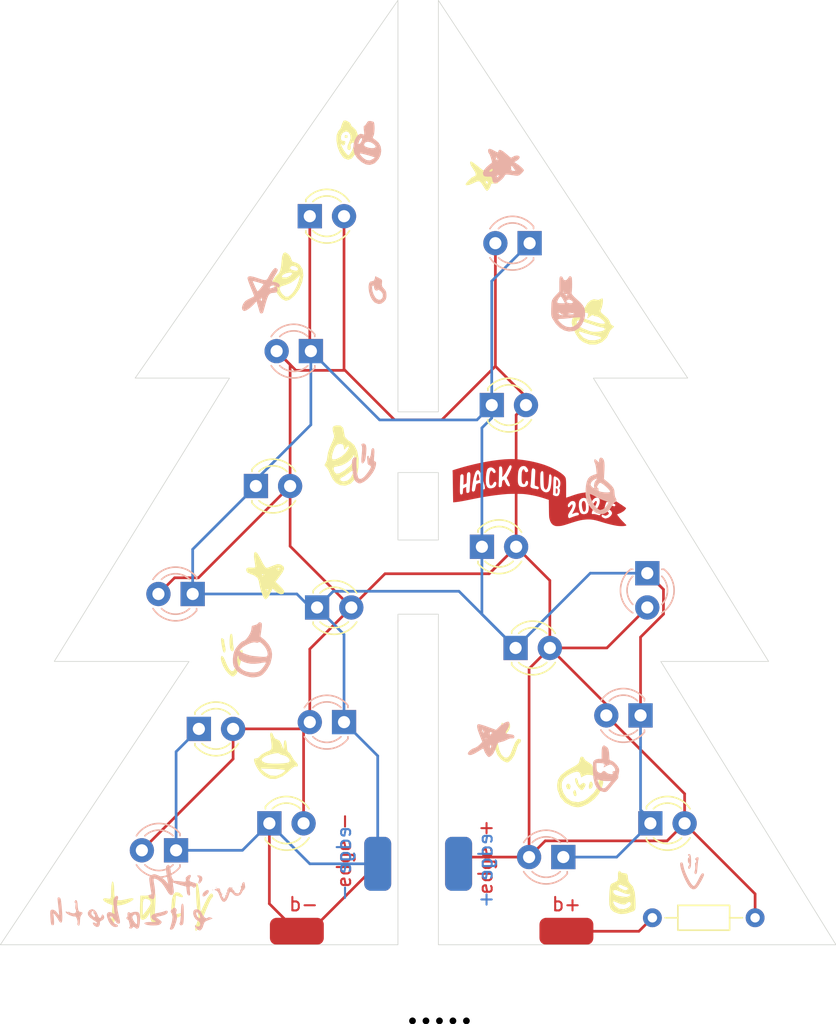
<source format=kicad_pcb>
(kicad_pcb (version 20241229) (generator "pcbnew") (generator_version "9.0")
  (layers (0 "F.Cu" signal) (2 "B.Cu" signal) (13 "F.Paste" user) (15 "B.Paste" user) (5 "F.SilkS" user "F.Silkscreen") (7 "B.SilkS" user "B.Silkscreen") (1 "F.Mask" user) (3 "B.Mask" user) (25 "Edge.Cuts" user))
  (net 0 "")
  (net 1 "+3.3V")
  (net 2 "GND")
  (net 3 "Net-(J4-Pin_1)")
  (footprint "Connector_Wire:SolderWirePad_1x01_SMD_2x4mm" (layer "F.Cu") (at 102 94)
    (property "Reference" "J1" (hide yes))
    (property "Value" "edge +")
  )
  (footprint "Connector_Wire:SolderWirePad_1x01_SMD_2x4mm" (layer "F.Cu") (at 90 99 90)
    (property "Reference" "J2" (hide yes))
    (property "Value" "b-")
  )
  (footprint "NPTH" (layer "F.Cu") (at 100.58 105.64)
    (property "Reference" "KiKit_MB_4_3" (hide yes))
    (property "Value" "NPTH" (hide yes))
  )
  (footprint "NPTH" (layer "F.Cu") (at 99.58 105.64)
    (property "Reference" "KiKit_MB_4_2" (hide yes))
    (property "Value" "NPTH" (hide yes))
  )
  (footprint "LOGO" (layer "F.Cu") (at 108 66.5)
    (property "Reference" "G***" (hide yes))
    (property "Value" "LOGO" (hide yes))
  )
  (footprint "LOGO" (layer "F.Cu") (at 108 66.5)
    (property "Reference" "G***" (hide yes))
    (property "Value" "LOGO" (hide yes))
  )
  (footprint "Resistor_THT:R_Axial_DIN0204_L3.6mm_D1.6mm_P7.62mm_Horizontal" (layer "F.Cu") (at 116.38 98)
    (property "Reference" "R1" (hide yes))
    (property "Value" "R")
  )
  (footprint "LED_THT:LED_D3.0mm" (layer "F.Cu") (at 103.73 70.5)
    (property "Reference" "D8" (hide yes))
    (property "Value" "LED")
  )
  (footprint "LED_THT:LED_D3.0mm" (layer "F.Cu") (at 106.23 78)
    (property "Reference" "D10" (hide yes))
    (property "Value" "LED")
  )
  (footprint "NPTH" (layer "F.Cu") (at 102.58 105.64)
    (property "Reference" "KiKit_MB_4_5" (hide yes))
    (property "Value" "NPTH" (hide yes))
  )
  (footprint "LED_THT:LED_D3.0mm" (layer "F.Cu") (at 86.96 66)
    (property "Reference" "D15" (hide yes))
    (property "Value" "LED")
  )
  (footprint "LED_THT:LED_D3.0mm" (layer "F.Cu") (at 82.73 84)
    (property "Reference" "D13" (hide yes))
    (property "Value" "LED")
  )
  (footprint "LED_THT:LED_D3.0mm" (layer "F.Cu") (at 116.23 91)
    (property "Reference" "D4" (hide yes))
    (property "Value" "LED")
  )
  (footprint "LED_THT:LED_D3.0mm" (layer "F.Cu") (at 91.5 75)
    (property "Reference" "D16" (hide yes))
    (property "Value" "LED")
  )
  (footprint "LED_THT:LED_D3.0mm" (layer "F.Cu") (at 90.96 46)
    (property "Reference" "D12" (hide yes))
    (property "Value" "LED")
  )
  (footprint "Connector_Wire:SolderWirePad_1x01_SMD_2x4mm" (layer "F.Cu") (at 96 94)
    (property "Reference" "J3" (hide yes))
    (property "Value" "edge -")
  )
  (footprint "LED_THT:LED_D3.0mm" (layer "F.Cu") (at 87.96 91)
    (property "Reference" "D3" (hide yes))
    (property "Value" "LED")
  )
  (footprint "LOGO" (layer "F.Cu") (at 98 46.5)
    (property "Reference" "G***" (hide yes))
    (property "Value" "LOGO" (hide yes))
  )
  (footprint "NPTH" (layer "F.Cu") (at 101.58 105.64)
    (property "Reference" "KiKit_MB_4_4" (hide yes))
    (property "Value" "NPTH" (hide yes))
  )
  (footprint "Connector_Wire:SolderWirePad_1x01_SMD_2x4mm" (layer "F.Cu") (at 110 99 90)
    (property "Reference" "J4" (hide yes))
    (property "Value" "b+")
  )
  (footprint "NPTH" (layer "F.Cu") (at 98.58 105.64)
    (property "Reference" "KiKit_MB_4_1" (hide yes))
    (property "Value" "NPTH" (hide yes))
  )
  (footprint "LED_THT:LED_D3.0mm" (layer "F.Cu") (at 104.46 60)
    (property "Reference" "D7" (hide yes))
    (property "Value" "LED")
  )
  (footprint "LED_THT:LED_D3.0mm" (layer "B.Cu") (at 91.04 56 180)
    (property "Reference" "D5" (hide yes))
    (property "Value" "LED")
  )
  (footprint "LOGO" (layer "B.Cu") (at 99.5 67.5 180)
    (property "Reference" "G***" (hide yes))
    (property "Value" "LOGO" (hide yes))
  )
  (footprint "LED_THT:LED_D3.0mm" (layer "B.Cu") (at 115.5 83 180)
    (property "Reference" "D9" (hide yes))
    (property "Value" "LED")
  )
  (footprint "LED_THT:LED_D3.0mm" (layer "B.Cu") (at 109.77 93.5 180)
    (property "Reference" "D1" (hide yes))
    (property "Value" "LED")
  )
  (footprint "Connector_Wire:SolderWirePad_1x01_SMD_2x4mm" (layer "B.Cu") (at 102 94 180)
    (property "Reference" "J5" (hide yes))
    (property "Value" "edge +")
  )
  (footprint "LED_THT:LED_D3.0mm" (layer "B.Cu") (at 107.27 48 180)
    (property "Reference" "D11" (hide yes))
    (property "Value" "LED")
  )
  (footprint "Connector_Wire:SolderWirePad_1x01_SMD_2x4mm" (layer "B.Cu") (at 96 94 180)
    (property "Reference" "J6" (hide yes))
    (property "Value" "edge -")
  )
  (footprint "LED_THT:LED_D3.0mm" (layer "B.Cu") (at 93.5 83.5 180)
    (property "Reference" "D14" (hide yes))
    (property "Value" "LED")
  )
  (footprint "LED_THT:LED_D3.0mm" (layer "B.Cu") (at 116 72.46 -90)
    (property "Reference" "D6" (hide yes))
    (property "Value" "LED")
  )
  (footprint "LED_THT:LED_D3.0mm" (layer "B.Cu") (at 82.27 74 180)
    (property "Reference" "D17" (hide yes))
    (property "Value" "LED")
  )
  (footprint "LED_THT:LED_D3.0mm" (layer "B.Cu") (at 81.04 93 180)
    (property "Reference" "D2" (hide yes))
    (property "Value" "LED")
  )
  (gr_rect (start 97.5 65) (end 100.5 70) (stroke (width 0.05)) (fill no) (layer "Edge.Cuts"))
  (gr_poly (pts (xy 100.5 30) (xy 100.5 60.5) (xy 97.5 60.5) (xy 97.5 30) (xy 78 58) (xy 85 58) (xy 72 79) (xy 82 79) (xy 68 100) (xy 97.5 100) (xy 97.5 75.5) (xy 100.5 75.5) (xy 100.5 100) (xy 130 100) (xy 117 79) (xy 125 79) (xy 112 58) (xy 119 58)) (stroke (width 0.05)) (fill no) (layer "Edge.Cuts"))
  (segment (start 107 59.389942) (end 104.73 57.119942) (width 0.2) (layer "F.Cu") (net 1))
  (segment (start 90.5 91) (end 90.5 83.96) (width 0.2) (layer "F.Cu") (net 1))
  (segment (start 89.5 70.46) (end 94.04 75) (width 0.2) (layer "F.Cu") (net 1))
  (segment (start 113 78) (end 116 75) (width 0.2) (layer "F.Cu") (net 1))
  (segment (start 104.27 72.5) (end 106.27 70.5) (width 0.2) (layer "F.Cu") (net 1))
  (segment (start 112.96 82.19) (end 108.77 78) (width 0.2) (layer "F.Cu") (net 1))
  (segment (start 88.5 56) (end 89.924971 57.424971) (width 0.2) (layer "F.Cu") (net 1))
  (segment (start 89.924971 57.424971) (end 93.575029 57.424971) (width 0.2) (layer "F.Cu") (net 1))
  (segment (start 107.23 93.5) (end 107.23 79.54) (width 0.2) (layer "F.Cu") (net 1))
  (segment (start 107.23 93.5) (end 102.5 93.5) (width 0.2) (layer "F.Cu") (net 1))
  (segment (start 89.5 66) (end 89.5 70.46) (width 0.2) (layer "F.Cu") (net 1))
  (segment (start 102.5 93.5) (end 102 94) (width 0.2) (layer "F.Cu") (net 1))
  (segment (start 108.77 78) (end 113 78) (width 0.2) (layer "F.Cu") (net 1))
  (segment (start 89.5 57) (end 88.5 56) (width 0.2) (layer "F.Cu") (net 1))
  (segment (start 118.77 88.81) (end 112.96 83) (width 0.2) (layer "F.Cu") (net 1))
  (segment (start 94.04 75) (end 96.54 72.5) (width 0.2) (layer "F.Cu") (net 1))
  (segment (start 107 60) (end 107 59.389942) (width 0.2) (layer "F.Cu") (net 1))
  (segment (start 89.5 66) (end 89.5 57) (width 0.2) (layer "F.Cu") (net 1))
  (segment (start 104.73 57.119942) (end 104.73 48) (width 0.2) (layer "F.Cu") (net 1))
  (segment (start 97.251058 61.101) (end 100.748942 61.101) (width 0.2) (layer "F.Cu") (net 1))
  (segment (start 90.5 83.96) (end 90.96 83.5) (width 0.2) (layer "F.Cu") (net 1))
  (segment (start 90.96 83.5) (end 90.96 78.08) (width 0.2) (layer "F.Cu") (net 1))
  (segment (start 90.46 84) (end 90.96 83.5) (width 0.2) (layer "F.Cu") (net 1))
  (segment (start 124 96.23) (end 118.77 91) (width 0.2) (layer "F.Cu") (net 1))
  (segment (start 85.27 86.23) (end 85.27 84) (width 0.2) (layer "F.Cu") (net 1))
  (segment (start 85.27 84) (end 90.46 84) (width 0.2) (layer "F.Cu") (net 1))
  (segment (start 107.23 79.54) (end 108.77 78) (width 0.2) (layer "F.Cu") (net 1))
  (segment (start 108.77 78) (end 108.77 73) (width 0.2) (layer "F.Cu") (net 1))
  (segment (start 108.431 92.299) (end 117.471 92.299) (width 0.2) (layer "F.Cu") (net 1))
  (segment (start 124 98) (end 124 96.23) (width 0.2) (layer "F.Cu") (net 1))
  (segment (start 78.5 93) (end 85.27 86.23) (width 0.2) (layer "F.Cu") (net 1))
  (segment (start 93.5 57.349942) (end 93.575029 57.424971) (width 0.2) (layer "F.Cu") (net 1))
  (segment (start 80.931 72.799) (end 79.73 74) (width 0.2) (layer "F.Cu") (net 1))
  (segment (start 93.5 46) (end 93.5 57.349942) (width 0.2) (layer "F.Cu") (net 1))
  (segment (start 100.748942 61.101) (end 104.73 57.119942) (width 0.2) (layer "F.Cu") (net 1))
  (segment (start 82.701 72.799) (end 80.931 72.799) (width 0.2) (layer "F.Cu") (net 1))
  (segment (start 90.96 78.08) (end 94.04 75) (width 0.2) (layer "F.Cu") (net 1))
  (segment (start 118.77 91) (end 118.77 88.81) (width 0.2) (layer "F.Cu") (net 1))
  (segment (start 96.54 72.5) (end 104.27 72.5) (width 0.2) (layer "F.Cu") (net 1))
  (segment (start 93.575029 57.424971) (end 97.251058 61.101) (width 0.2) (layer "F.Cu") (net 1))
  (segment (start 107.23 93.5) (end 108.431 92.299) (width 0.2) (layer "F.Cu") (net 1))
  (segment (start 108.77 73) (end 106.27 70.5) (width 0.2) (layer "F.Cu") (net 1))
  (segment (start 112.96 83) (end 112.96 82.19) (width 0.2) (layer "F.Cu") (net 1))
  (segment (start 89.5 66) (end 82.701 72.799) (width 0.2) (layer "F.Cu") (net 1))
  (segment (start 106.27 70.5) (end 106.27 60.73) (width 0.2) (layer "F.Cu") (net 1))
  (segment (start 117.471 92.299) (end 118.77 91) (width 0.2) (layer "F.Cu") (net 1))
  (segment (start 106.27 60.73) (end 107 60) (width 0.2) (layer "F.Cu") (net 1))
  (segment (start 115.5 77.198471) (end 117.201 75.497471) (width 0.2) (layer "F.Cu") (net 2))
  (segment (start 91 99) (end 90 99) (width 0.2) (layer "F.Cu") (net 2))
  (segment (start 115.5 83) (end 115.5 77.198471) (width 0.2) (layer "F.Cu") (net 2))
  (segment (start 117.201 73.661) (end 116 72.46) (width 0.2) (layer "F.Cu") (net 2))
  (segment (start 87.96 96.96) (end 87.96 91) (width 0.2) (layer "F.Cu") (net 2))
  (segment (start 90 99) (end 87.96 96.96) (width 0.2) (layer "F.Cu") (net 2))
  (segment (start 96 94) (end 91 99) (width 0.2) (layer "F.Cu") (net 2))
  (segment (start 117.201 75.497471) (end 117.201 73.661) (width 0.2) (layer "F.Cu") (net 2))
  (segment (start 90.96 55.92) (end 91.04 56) (width 0.2) (layer "F.Cu") (net 2))
  (segment (start 90.96 46) (end 90.96 55.92) (width 0.2) (layer "F.Cu") (net 2))
  (segment (start 103.73 70.5) (end 103.73 75.5) (width 0.2) (layer "B.Cu") (net 2))
  (segment (start 85.96 93) (end 87.96 91) (width 0.2) (layer "B.Cu") (net 2))
  (segment (start 103.73 61.69) (end 103.73 70.5) (width 0.2) (layer "B.Cu") (net 2))
  (segment (start 81.04 85.69) (end 82.73 84) (width 0.2) (layer "B.Cu") (net 2))
  (segment (start 116.23 90.73) (end 115.5 90) (width 0.2) (layer "B.Cu") (net 2))
  (segment (start 109.77 93.5) (end 113.73 93.5) (width 0.2) (layer "B.Cu") (net 2))
  (segment (start 96 94) (end 96 86) (width 0.2) (layer "B.Cu") (net 2))
  (segment (start 116.23 91) (end 116.23 90.73) (width 0.2) (layer "B.Cu") (net 2))
  (segment (start 103.359 61.101) (end 104.46 60) (width 0.2) (layer "B.Cu") (net 2))
  (segment (start 90 74) (end 82.27 74) (width 0.2) (layer "B.Cu") (net 2))
  (segment (start 104.46 60.96) (end 103.73 61.69) (width 0.2) (layer "B.Cu") (net 2))
  (segment (start 96 94) (end 90.96 94) (width 0.2) (layer "B.Cu") (net 2))
  (segment (start 96 86) (end 93.5 83.5) (width 0.2) (layer "B.Cu") (net 2))
  (segment (start 82.27 70.69) (end 86.96 66) (width 0.2) (layer "B.Cu") (net 2))
  (segment (start 93.5 83.5) (end 93.5 77) (width 0.2) (layer "B.Cu") (net 2))
  (segment (start 111.77 72.46) (end 116 72.46) (width 0.2) (layer "B.Cu") (net 2))
  (segment (start 102.029 73.799) (end 92.701 73.799) (width 0.2) (layer "B.Cu") (net 2))
  (segment (start 106.23 78) (end 111.77 72.46) (width 0.2) (layer "B.Cu") (net 2))
  (segment (start 86.96 66) (end 86.96 65.54) (width 0.2) (layer "B.Cu") (net 2))
  (segment (start 104.46 60) (end 104.46 60.96) (width 0.2) (layer "B.Cu") (net 2))
  (segment (start 115.5 90) (end 115.5 83) (width 0.2) (layer "B.Cu") (net 2))
  (segment (start 104.46 50.81) (end 107.27 48) (width 0.2) (layer "B.Cu") (net 2))
  (segment (start 91 75) (end 90 74) (width 0.2) (layer "B.Cu") (net 2))
  (segment (start 104.46 60) (end 104.46 50.81) (width 0.2) (layer "B.Cu") (net 2))
  (segment (start 86.96 65.54) (end 91.04 61.46) (width 0.2) (layer "B.Cu") (net 2))
  (segment (start 90.96 94) (end 87.96 91) (width 0.2) (layer "B.Cu") (net 2))
  (segment (start 82.27 74) (end 82.27 70.69) (width 0.2) (layer "B.Cu") (net 2))
  (segment (start 93.5 77) (end 91.5 75) (width 0.2) (layer "B.Cu") (net 2))
  (segment (start 91.5 75) (end 91 75) (width 0.2) (layer "B.Cu") (net 2))
  (segment (start 81.04 93) (end 81.04 85.69) (width 0.2) (layer "B.Cu") (net 2))
  (segment (start 91.04 61.46) (end 91.04 56) (width 0.2) (layer "B.Cu") (net 2))
  (segment (start 113.73 93.5) (end 116.23 91) (width 0.2) (layer "B.Cu") (net 2))
  (segment (start 92.701 73.799) (end 91.5 75) (width 0.2) (layer "B.Cu") (net 2))
  (segment (start 103.73 75.5) (end 106.23 78) (width 0.2) (layer "B.Cu") (net 2))
  (segment (start 96.141 61.101) (end 103.359 61.101) (width 0.2) (layer "B.Cu") (net 2))
  (segment (start 81.04 93) (end 85.96 93) (width 0.2) (layer "B.Cu") (net 2))
  (segment (start 106.23 78) (end 102.029 73.799) (width 0.2) (layer "B.Cu") (net 2))
  (segment (start 91.04 56) (end 96.141 61.101) (width 0.2) (layer "B.Cu") (net 2))
  (segment (start 115.38 99) (end 116.38 98) (width 0.2) (layer "F.Cu") (net 3))
  (segment (start 110 99) (end 115.38 99) (width 0.2) (layer "F.Cu") (net 3))
)
</source>
